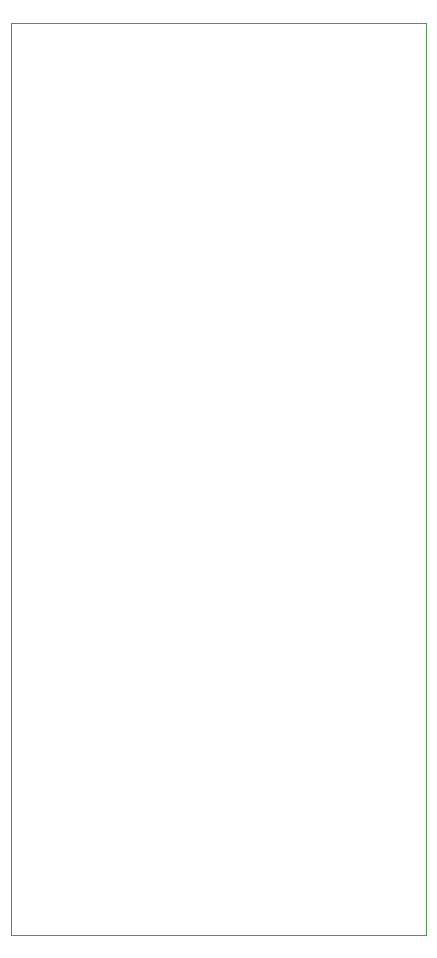
<source format=gbr>
%TF.GenerationSoftware,KiCad,Pcbnew,8.0.2*%
%TF.CreationDate,2024-05-20T19:48:17+02:00*%
%TF.ProjectId,MOS6566_Adapter,4d4f5336-3536-4365-9f41-646170746572,rev?*%
%TF.SameCoordinates,Original*%
%TF.FileFunction,Profile,NP*%
%FSLAX46Y46*%
G04 Gerber Fmt 4.6, Leading zero omitted, Abs format (unit mm)*
G04 Created by KiCad (PCBNEW 8.0.2) date 2024-05-20 19:48:17*
%MOMM*%
%LPD*%
G01*
G04 APERTURE LIST*
%TA.AperFunction,Profile*%
%ADD10C,0.050000*%
%TD*%
G04 APERTURE END LIST*
D10*
X138000000Y-28100000D02*
X102800000Y-28100000D01*
X138000000Y-105300000D02*
X138000000Y-28100000D01*
X102800000Y-28100000D02*
X102800000Y-105300000D01*
X102800000Y-105300000D02*
X138000000Y-105300000D01*
M02*

</source>
